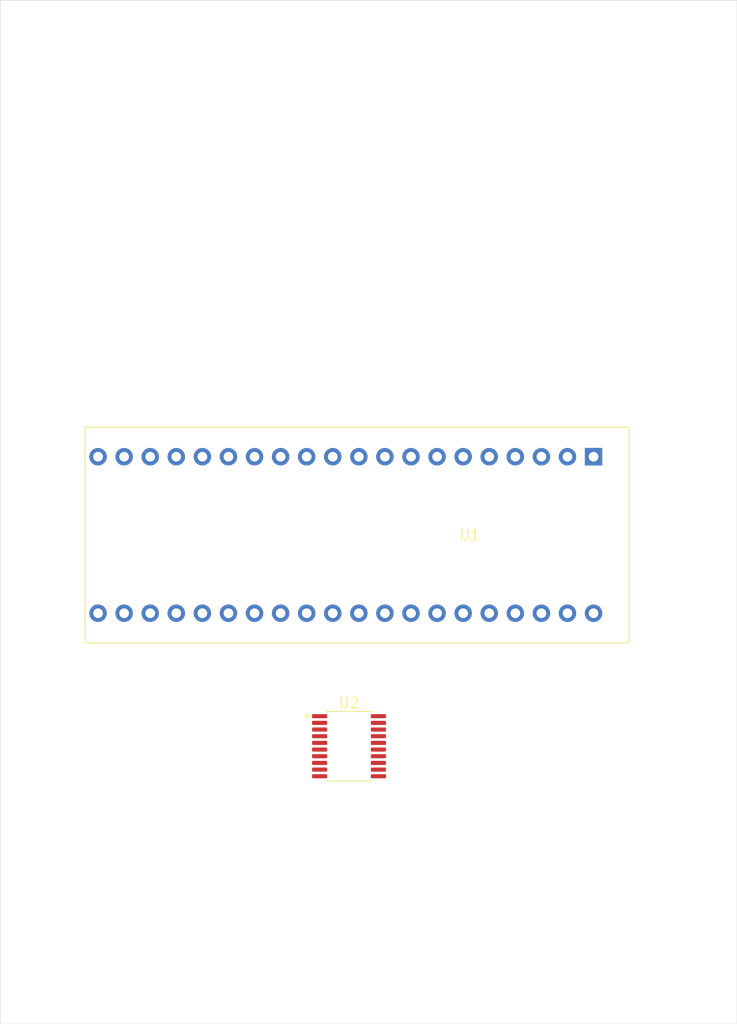
<source format=kicad_pcb>
(kicad_pcb (version 20240108) (generator "pcbnew") (generator_version "8.0")
  (layers (0 "F.Cu" signal) (31 "B.Cu" signal) (34 "B.Paste" user) (35 "F.Paste" user) (36 "B.SilkS" user "B.Silkscreen") (37 "F.SilkS" user "F.Silkscreen") (38 "B.Mask" user) (39 "F.Mask" user) (44 "Edge.Cuts" user))
  (net 0 "")
  (footprint "BlackPill_F4xx_v2:BlackPill_F4xx_v2" (layer "F.Cu") (at 153.035 107.95 90)
    (property "Reference" "U1" (at -7.62 -12.065 0) (layer "F.SilkS"))
    (property "Value" "BlackPill_F4xx_v2")
    (fp_line (start 2.88 -49.53) (end 2.88 3.47) (stroke (width 0.12)) (layer "F.SilkS"))
    (fp_line (start -18.12 -49.53) (end 2.88 -49.53) (stroke (width 0.12)) (layer "F.SilkS"))
    (fp_line (start 2.88 3.47) (end -18.12 3.47) (stroke (width 0.12)) (layer "F.SilkS"))
    (fp_line (start -18.12 3.47) (end -18.12 -49.53) (stroke (width 0.12)) (layer "F.SilkS"))
    (pad "1" thru_hole rect (at 0 0 90) (size 1.7 1.7) (drill 0.95) (layers "*.Cu" "*.Mask"))
    (pad "2" thru_hole circle (at 0 -2.54 90) (size 1.7 1.7) (drill 0.95) (layers "*.Cu" "*.Mask"))
    (pad "3" thru_hole circle (at 0 -5.08 90) (size 1.7 1.7) (drill 0.95) (layers "*.Cu" "*.Mask"))
    (pad "4" thru_hole circle (at 0 -7.62 90) (size 1.7 1.7) (drill 0.95) (layers "*.Cu" "*.Mask"))
    (pad "5" thru_hole circle (at 0 -10.16 90) (size 1.7 1.7) (drill 0.95) (layers "*.Cu" "*.Mask"))
    (pad "6" thru_hole circle (at 0 -12.7 90) (size 1.7 1.7) (drill 0.95) (layers "*.Cu" "*.Mask"))
    (pad "7" thru_hole circle (at 0 -15.24 90) (size 1.7 1.7) (drill 0.95) (layers "*.Cu" "*.Mask"))
    (pad "8" thru_hole circle (at 0 -17.78 90) (size 1.7 1.7) (drill 0.95) (layers "*.Cu" "*.Mask"))
    (pad "9" thru_hole circle (at 0 -20.32 90) (size 1.7 1.7) (drill 0.95) (layers "*.Cu" "*.Mask"))
    (pad "10" thru_hole circle (at 0 -22.86 90) (size 1.7 1.7) (drill 0.95) (layers "*.Cu" "*.Mask"))
    (pad "11" thru_hole circle (at 0 -25.4 90) (size 1.7 1.7) (drill 0.95) (layers "*.Cu" "*.Mask"))
    (pad "12" thru_hole circle (at 0 -27.94 90) (size 1.7 1.7) (drill 0.95) (layers "*.Cu" "*.Mask"))
    (pad "13" thru_hole circle (at 0 -30.48 90) (size 1.7 1.7) (drill 0.95) (layers "*.Cu" "*.Mask"))
    (pad "14" thru_hole circle (at 0 -33.02 90) (size 1.7 1.7) (drill 0.95) (layers "*.Cu" "*.Mask"))
    (pad "15" thru_hole circle (at 0 -35.56 90) (size 1.7 1.7) (drill 0.95) (layers "*.Cu" "*.Mask"))
    (pad "16" thru_hole circle (at 0 -38.1 90) (size 1.7 1.7) (drill 0.95) (layers "*.Cu" "*.Mask"))
    (pad "17" thru_hole circle (at 0 -40.64 90) (size 1.7 1.7) (drill 0.95) (layers "*.Cu" "*.Mask"))
    (pad "18" thru_hole circle (at 0 -43.18 90) (size 1.7 1.7) (drill 0.95) (layers "*.Cu" "*.Mask"))
    (pad "19" thru_hole circle (at 0 -45.72 90) (size 1.7 1.7) (drill 0.95) (layers "*.Cu" "*.Mask"))
    (pad "20" thru_hole circle (at 0 -48.26 90) (size 1.7 1.7) (drill 0.95) (layers "*.Cu" "*.Mask"))
    (pad "21" thru_hole circle (at -15.24 -48.26 90) (size 1.7 1.7) (drill 0.95) (layers "*.Cu" "*.Mask"))
    (pad "22" thru_hole circle (at -15.24 -45.72 90) (size 1.7 1.7) (drill 0.95) (layers "*.Cu" "*.Mask"))
    (pad "23" thru_hole circle (at -15.24 -43.18 90) (size 1.7 1.7) (drill 0.95) (layers "*.Cu" "*.Mask"))
    (pad "24" thru_hole circle (at -15.24 -40.64 90) (size 1.7 1.7) (drill 0.95) (layers "*.Cu" "*.Mask"))
    (pad "25" thru_hole circle (at -15.24 -38.1 90) (size 1.7 1.7) (drill 0.95) (layers "*.Cu" "*.Mask"))
    (pad "26" thru_hole circle (at -15.24 -35.56 90) (size 1.7 1.7) (drill 0.95) (layers "*.Cu" "*.Mask"))
    (pad "27" thru_hole circle (at -15.24 -33.02 90) (size 1.7 1.7) (drill 0.95) (layers "*.Cu" "*.Mask"))
    (pad "28" thru_hole circle (at -15.24 -30.48 90) (size 1.7 1.7) (drill 0.95) (layers "*.Cu" "*.Mask"))
    (pad "29" thru_hole circle (at -15.24 -27.94 90) (size 1.7 1.7) (drill 0.95) (layers "*.Cu" "*.Mask"))
    (pad "30" thru_hole circle (at -15.24 -25.4 90) (size 1.7 1.7) (drill 0.95) (layers "*.Cu" "*.Mask"))
    (pad "31" thru_hole circle (at -15.24 -22.86 90) (size 1.7 1.7) (drill 0.95) (layers "*.Cu" "*.Mask"))
    (pad "32" thru_hole circle (at -15.24 -20.32 90) (size 1.7 1.7) (drill 0.95) (layers "*.Cu" "*.Mask"))
    (pad "33" thru_hole circle (at -15.24 -17.78 90) (size 1.7 1.7) (drill 0.95) (layers "*.Cu" "*.Mask"))
    (pad "34" thru_hole circle (at -15.24 -15.24 90) (size 1.7 1.7) (drill 0.95) (layers "*.Cu" "*.Mask"))
    (pad "35" thru_hole circle (at -15.24 -12.7 90) (size 1.7 1.7) (drill 0.95) (layers "*.Cu" "*.Mask"))
    (pad "36" thru_hole circle (at -15.24 -10.16 90) (size 1.7 1.7) (drill 0.95) (layers "*.Cu" "*.Mask"))
    (pad "37" thru_hole circle (at -15.24 -7.62 90) (size 1.7 1.7) (drill 0.95) (layers "*.Cu" "*.Mask"))
    (pad "38" thru_hole circle (at -15.24 -5.08 90) (size 1.7 1.7) (drill 0.95) (layers "*.Cu" "*.Mask"))
    (pad "39" thru_hole circle (at -15.24 -2.54 90) (size 1.7 1.7) (drill 0.95) (layers "*.Cu" "*.Mask"))
    (pad "40" thru_hole circle (at -15.24 0 90) (size 1.7 1.7) (drill 0.95) (layers "*.Cu" "*.Mask"))
  )
  (footprint "Package_SO:TSSOP-20_4.4x6.5mm_P0.65mm" (layer "F.Cu") (at 129.2175 136.14)
    (property "Reference" "U2" (at 0 -4.2 0) (layer "F.SilkS"))
    (property "Value" "TCA9544A")
    (fp_line (start 0 -3.385) (end -2.2 -3.385) (stroke (width 0.12)) (layer "F.SilkS"))
    (fp_line (start 0 -3.385) (end 2.2 -3.385) (stroke (width 0.12)) (layer "F.SilkS"))
    (fp_line (start 0 3.385) (end -2.2 3.385) (stroke (width 0.12)) (layer "F.SilkS"))
    (fp_line (start 0 3.385) (end 2.2 3.385) (stroke (width 0.12)) (layer "F.SilkS"))
    (fp_poly (pts (xy -3.86 -2.925) (xy -4.19 -3.165) (xy -4.19 -2.685) (xy -3.86 -2.925)) (stroke (width 0.12)) (fill solid) (layer "F.SilkS"))
    (pad "1" smd roundrect (at -2.8625 -2.925) (size 1.475 0.4) (layers "F.Cu" "F.Paste" "F.Mask"))
    (pad "2" smd roundrect (at -2.8625 -2.275) (size 1.475 0.4) (layers "F.Cu" "F.Paste" "F.Mask"))
    (pad "3" smd roundrect (at -2.8625 -1.625) (size 1.475 0.4) (layers "F.Cu" "F.Paste" "F.Mask"))
    (pad "4" smd roundrect (at -2.8625 -0.975) (size 1.475 0.4) (layers "F.Cu" "F.Paste" "F.Mask"))
    (pad "5" smd roundrect (at -2.8625 -0.325) (size 1.475 0.4) (layers "F.Cu" "F.Paste" "F.Mask"))
    (pad "6" smd roundrect (at -2.8625 0.325) (size 1.475 0.4) (layers "F.Cu" "F.Paste" "F.Mask"))
    (pad "7" smd roundrect (at -2.8625 0.975) (size 1.475 0.4) (layers "F.Cu" "F.Paste" "F.Mask"))
    (pad "8" smd roundrect (at -2.8625 1.625) (size 1.475 0.4) (layers "F.Cu" "F.Paste" "F.Mask"))
    (pad "9" smd roundrect (at -2.8625 2.275) (size 1.475 0.4) (layers "F.Cu" "F.Paste" "F.Mask"))
    (pad "10" smd roundrect (at -2.8625 2.925) (size 1.475 0.4) (layers "F.Cu" "F.Paste" "F.Mask"))
    (pad "11" smd roundrect (at 2.8625 2.925) (size 1.475 0.4) (layers "F.Cu" "F.Paste" "F.Mask"))
    (pad "12" smd roundrect (at 2.8625 2.275) (size 1.475 0.4) (layers "F.Cu" "F.Paste" "F.Mask"))
    (pad "13" smd roundrect (at 2.8625 1.625) (size 1.475 0.4) (layers "F.Cu" "F.Paste" "F.Mask"))
    (pad "14" smd roundrect (at 2.8625 0.975) (size 1.475 0.4) (layers "F.Cu" "F.Paste" "F.Mask"))
    (pad "15" smd roundrect (at 2.8625 0.325) (size 1.475 0.4) (layers "F.Cu" "F.Paste" "F.Mask"))
    (pad "16" smd roundrect (at 2.8625 -0.325) (size 1.475 0.4) (layers "F.Cu" "F.Paste" "F.Mask"))
    (pad "17" smd roundrect (at 2.8625 -0.975) (size 1.475 0.4) (layers "F.Cu" "F.Paste" "F.Mask"))
    (pad "18" smd roundrect (at 2.8625 -1.625) (size 1.475 0.4) (layers "F.Cu" "F.Paste" "F.Mask"))
    (pad "19" smd roundrect (at 2.8625 -2.275) (size 1.475 0.4) (layers "F.Cu" "F.Paste" "F.Mask"))
    (pad "20" smd roundrect (at 2.8625 -2.925) (size 1.475 0.4) (layers "F.Cu" "F.Paste" "F.Mask"))
  )
  (gr_rect (start 95.25 63.5) (end 167.005 163.195) (stroke (width 0.05)) (fill none) (layer "Edge.Cuts"))
)
</source>
